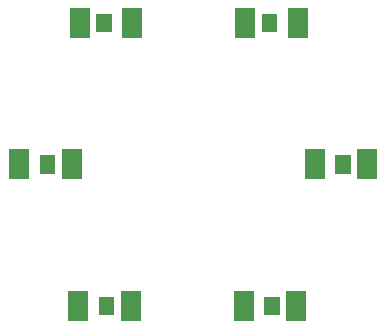
<source format=gbr>
%TF.GenerationSoftware,Altium Limited,Altium Designer,22.4.2 (48)*%
G04 Layer_Color=8421504*
%FSLAX26Y26*%
%MOIN*%
%TF.SameCoordinates,B812F889-C0D6-4E0A-92BC-1FC44A6A00D5*%
%TF.FilePolarity,Positive*%
%TF.FileFunction,Paste,Top*%
%TF.Part,Single*%
G01*
G75*
%TA.AperFunction,SMDPad,CuDef*%
%ADD10R,0.068000X0.100000*%
G36*
X502441Y245079D02*
X451220D01*
Y306102D01*
X502441D01*
Y245079D01*
D02*
G37*
G36*
X305591Y717520D02*
X254370D01*
Y778543D01*
X305591D01*
Y717520D01*
D02*
G37*
G36*
X493661Y1189961D02*
X442441D01*
Y1250984D01*
X493661D01*
Y1189961D01*
D02*
G37*
G36*
X1053622Y245079D02*
X1002402D01*
Y306102D01*
X1053622D01*
Y245079D01*
D02*
G37*
G36*
X1289842Y717520D02*
X1238622D01*
Y778543D01*
X1289842D01*
Y717520D01*
D02*
G37*
G36*
X1044842Y1189961D02*
X993622D01*
Y1250984D01*
X1044842D01*
Y1189961D01*
D02*
G37*
D10*
X1113622Y1220472D02*
D03*
X938622D02*
D03*
X1169842Y748032D02*
D03*
X1344842D02*
D03*
X933622Y275590D02*
D03*
X1108622D02*
D03*
X382440D02*
D03*
X557440D02*
D03*
X185590Y748032D02*
D03*
X360590D02*
D03*
X562440Y1220472D02*
D03*
X387440D02*
D03*
%TF.MD5,c7187ece33418cee1dc4c0b744d579e0*%
M02*

</source>
